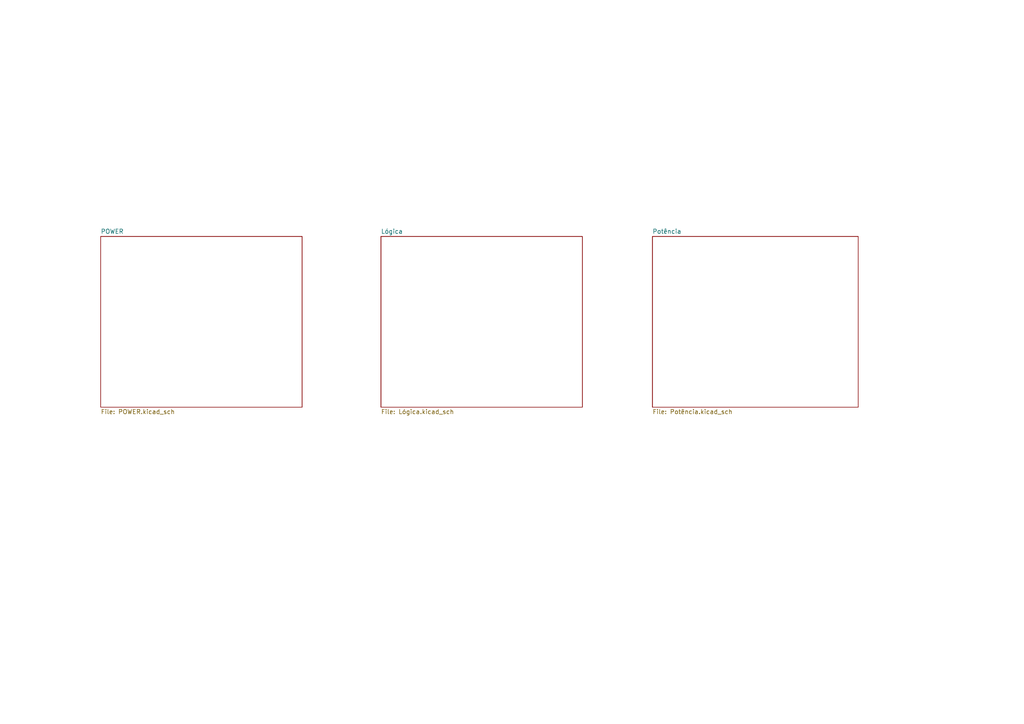
<source format=kicad_sch>
(kicad_sch (version 20230121) (generator eeschema)

  (uuid 210292b2-d6ba-424c-bd40-e4a2be18eb8d)

  (paper "A4")

  (title_block
    (company "FRED")
  )

  (lib_symbols
  )


  (sheet (at 110.49 68.58) (size 58.42 49.53) (fields_autoplaced)
    (stroke (width 0.1524) (type solid))
    (fill (color 0 0 0 0.0000))
    (uuid 0e3fc8cf-969d-492f-823d-ed0765038f7e)
    (property "Sheetname" "Lógica" (at 110.49 67.8684 0)
      (effects (font (size 1.27 1.27)) (justify left bottom))
    )
    (property "Sheetfile" "Lógica.kicad_sch" (at 110.49 118.6946 0)
      (effects (font (size 1.27 1.27)) (justify left top))
    )
    (instances
      (project "fred_v3"
        (path "/210292b2-d6ba-424c-bd40-e4a2be18eb8d" (page "2"))
      )
    )
  )

  (sheet (at 29.21 68.58) (size 58.42 49.53) (fields_autoplaced)
    (stroke (width 0.1524) (type solid))
    (fill (color 0 0 0 0.0000))
    (uuid 7151ea37-9a09-4daf-aa36-216ecdc6e734)
    (property "Sheetname" "POWER" (at 29.21 67.8684 0)
      (effects (font (size 1.27 1.27)) (justify left bottom))
    )
    (property "Sheetfile" "POWER.kicad_sch" (at 29.21 118.6946 0)
      (effects (font (size 1.27 1.27)) (justify left top))
    )
    (instances
      (project "fred_v3"
        (path "/210292b2-d6ba-424c-bd40-e4a2be18eb8d" (page "11"))
      )
    )
  )

  (sheet (at 189.23 68.58) (size 59.69 49.53) (fields_autoplaced)
    (stroke (width 0.1524) (type solid))
    (fill (color 0 0 0 0.0000))
    (uuid b54a5b77-6097-4562-9836-27b2c01ae506)
    (property "Sheetname" "Potência" (at 189.23 67.8684 0)
      (effects (font (size 1.27 1.27)) (justify left bottom))
    )
    (property "Sheetfile" "Potência.kicad_sch" (at 189.23 118.6946 0)
      (effects (font (size 1.27 1.27)) (justify left top))
    )
    (instances
      (project "fred_v3"
        (path "/210292b2-d6ba-424c-bd40-e4a2be18eb8d" (page "3"))
      )
    )
  )

  (sheet_instances
    (path "/" (page "1"))
  )
)

</source>
